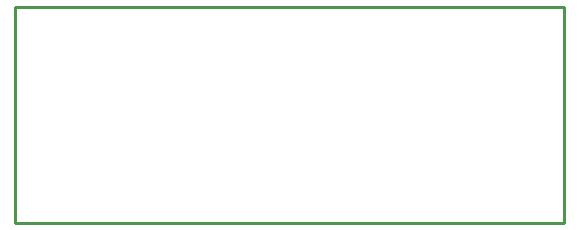
<source format=gko>
G04 Layer: BoardOutlineLayer*
G04 EasyEDA v6.5.3, 2022-05-10 11:38:20*
G04 ab62d8b6a5be4e798c685c15e3818e9c,b03e5731a7a74599b12e1065cb71c7ef,10*
G04 Gerber Generator version 0.2*
G04 Scale: 100 percent, Rotated: No, Reflected: No *
G04 Dimensions in inches *
G04 leading zeros omitted , absolute positions ,3 integer and 6 decimal *
%FSLAX36Y36*%
%MOIN*%

%ADD10C,0.0100*%
D10*
X600000Y4525000D02*
G01*
X600000Y4585000D01*
X2430000Y4585000D01*
X2430000Y3865000D01*
X600000Y3865000D01*
X600000Y4525000D01*

%LPD*%
M02*

</source>
